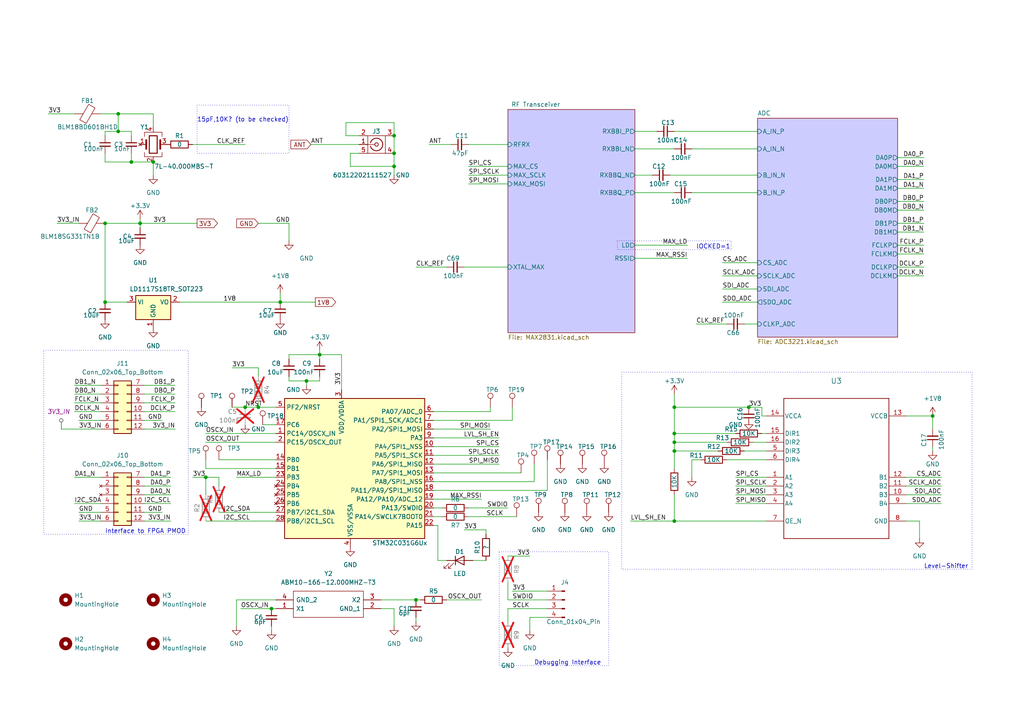
<source format=kicad_sch>
(kicad_sch (version 20231120) (generator "eeschema") (generator_version "8.0")
  (paper "A4")
  (title_block (title "RA-Sentinel_Front-End EVM") (date "2024-01-14") (rev "A") (comment 1 "Mina Daneshpajouh & Tobias Weber") (comment 2 "GNU GENERAL PUBLIC LICENSE Version 2, June 1991"))
  (lib_symbols
    (symbol "Conn_02x06_Top_Bottom_1" (pin_names (offset 1.016) hide)
      (property "Reference" "J11" (at 1.27 11.43 0))
      (property "Value" "Conn_02x06_Top_Bottom" (at 1.27 8.89 0))
      (symbol "Conn_02x06_Top_Bottom_1_1_1"
        (pin passive line (at -5.08 5.08 0) (length 3.81) (name "Pin_1") (number "1"))
        (pin passive line (at 7.62 -2.54 180) (length 3.81) (name "Pin_10") (number "10"))
        (pin passive line (at 7.62 -5.08 180) (length 3.81) (name "Pin_11") (number "11"))
        (pin passive line (at 7.62 -7.62 180) (length 3.81) (name "Pin_12") (number "12"))
        (pin passive line (at -5.08 2.54 0) (length 3.81) (name "Pin_2") (number "2"))
        (pin passive line (at -5.08 0 0) (length 3.81) (name "Pin_3") (number "3"))
        (pin passive line (at -5.08 -2.54 0) (length 3.81) (name "Pin_4") (number "4"))
        (pin passive line (at -5.08 -5.08 0) (length 3.81) (name "Pin_5") (number "5"))
        (pin passive line (at -5.08 -7.62 0) (length 3.81) (name "Pin_6") (number "6"))
        (pin passive line (at 7.62 5.08 180) (length 3.81) (name "J4") (number "7"))
        (pin passive line (at 7.62 2.54 180) (length 3.81) (name "Pin_8") (number "8"))
        (pin passive line (at 7.62 0 180) (length 3.81) (name "Pin_9") (number "9"))
      )
    )
    (symbol "Connector:Conn_01x04_Pin" (pin_names (offset 1.016) hide)
      (property "Reference" "J" (at 0 5.08 0))
      (property "Value" "Conn_01x04_Pin" (at 0 -7.62 0))
      (symbol "Conn_01x04_Pin_1_1"
        (pin passive line (at 5.08 2.54 180) (length 3.81) (name "Pin_1") (number "1"))
        (pin passive line (at 5.08 0 180) (length 3.81) (name "Pin_2") (number "2"))
        (pin passive line (at 5.08 -2.54 180) (length 3.81) (name "Pin_3") (number "3"))
        (pin passive line (at 5.08 -5.08 180) (length 3.81) (name "Pin_4") (number "4"))
      )
    )
    (symbol "Connector:TestPoint" (pin_numbers hide) (pin_names (offset 0.762) hide)
      (property "Reference" "TP" (at 0 6.858 0))
      (property "Value" "TestPoint" (at 0 5.08 0))
      (symbol "TestPoint_1_1"
        (pin passive line (at 0 0 90) (length 2.54) (name "1") (number "1"))
      )
    )
    (symbol "Connector_Generic:Conn_02x06_Top_Bottom" (pin_names (offset 1.016) hide)
      (property "Reference" "J10" (at 1.27 11.43 0))
      (property "Value" "Conn_02x06_Top_Bottom" (at 1.27 8.89 0))
      (symbol "Conn_02x06_Top_Bottom_1_1"
        (pin passive line (at -5.08 5.08 0) (length 3.81) (name "Pin_1") (number "1"))
        (pin passive line (at 7.62 -2.54 180) (length 3.81) (name "Pin_10") (number "10"))
        (pin passive line (at 7.62 -5.08 180) (length 3.81) (name "Pin_11") (number "11"))
        (pin passive line (at 7.62 -7.62 180) (length 3.81) (name "Pin_12") (number "12"))
        (pin no_connect line (at -5.08 2.54 0) (length 3.81) (name "Pin_2") (number "2"))
        (pin no_connect line (at -5.08 0 0) (length 3.81) (name "Pin_3") (number "3"))
        (pin passive line (at -5.08 -2.54 0) (length 3.81) (name "Pin_4") (number "4"))
        (pin passive line (at -5.08 -5.08 0) (length 3.81) (name "Pin_5") (number "5"))
        (pin passive line (at -5.08 -7.62 0) (length 3.81) (name "Pin_6") (number "6"))
        (pin passive line (at 7.62 5.08 180) (length 3.81) (name "Pin_7") (number "7"))
        (pin passive line (at 7.62 2.54 180) (length 3.81) (name "Pin_8") (number "8"))
        (pin passive line (at 7.62 0 180) (length 3.81) (name "Pin_9") (number "9"))
      )
    )
    (symbol "Device:C_Small" (pin_numbers hide) (pin_names (offset 0.254) hide)
      (property "Reference" "C" (at 0.254 1.778 0))
      (property "Value" "C_Small" (at 0.254 -2.032 0))
      (symbol "C_Small_1_1"
        (pin passive line (at 0 2.54 270) (length 2.032) (name "~") (number "1"))
        (pin passive line (at 0 -2.54 90) (length 2.032) (name "~") (number "2"))
      )
    )
    (symbol "Device:Crystal_GND24" (pin_names (offset 1.016) hide)
      (property "Reference" "Y1" (at -2.54 -5.08 0))
      (property "Value" "7L-40.000MBS-T" (at 8.89 5.08 0))
      (symbol "Crystal_GND24_1_1"
        (pin no_connect line (at -3.81 0 0) (length 1.27) (name "1") (number "1"))
        (pin passive line (at 0 5.08 270) (length 1.27) (name "2") (number "2"))
        (pin passive line (at 3.81 0 180) (length 1.27) (name "3") (number "3"))
        (pin passive line (at 0 -5.08 90) (length 1.27) (name "4") (number "4"))
      )
    )
    (symbol "Device:FerriteBead" (pin_numbers hide) (pin_names (offset 0))
      (property "Reference" "FB" (at -3.81 0.635 90))
      (property "Value" "FerriteBead" (at 3.81 0 90))
      (symbol "FerriteBead_1_1"
        (pin passive line (at 0 3.81 270) (length 2.54) (name "~") (number "1"))
        (pin passive line (at 0 -3.81 90) (length 2.54) (name "~") (number "2"))
      )
    )
    (symbol "Device:LED" (pin_numbers hide) (pin_names (offset 1.016) hide)
      (property "Reference" "D" (at 0 2.54 0))
      (property "Value" "LED" (at 0 -2.54 0))
      (symbol "LED_1_1"
        (pin passive line (at -3.81 0 0) (length 2.54) (name "K") (number "1"))
        (pin passive line (at 3.81 0 180) (length 2.54) (name "A") (number "2"))
      )
    )
    (symbol "Device:R" (pin_numbers hide) (pin_names (offset 0))
      (property "Reference" "R" (at 2.032 0 90))
      (property "Value" "R" (at 0 0 90))
      (symbol "R_1_1"
        (pin passive line (at 0 3.81 270) (length 1.27) (name "~") (number "1"))
        (pin passive line (at 0 -3.81 90) (length 1.27) (name "~") (number "2"))
      )
    )
    (symbol "GND_1" (power) (pin_numbers hide) (pin_names (offset 0) hide)
      (property "Value" "GND_1" (at 0 -3.81 0))
      (symbol "GND_1_1_1"
        (pin power_in line (at 0 0 270) (length 0) hide (name "GND") (number "1"))
      )
    )
    (symbol "GND_10" (power) (pin_numbers hide) (pin_names (offset 0) hide)
      (property "Value" "GND_10" (at 0 -3.81 0))
      (symbol "GND_10_1_1"
        (pin power_in line (at 0 0 270) (length 0) hide (name "GND") (number "1"))
      )
    )
    (symbol "GND_11" (power) (pin_numbers hide) (pin_names (offset 0) hide)
      (property "Value" "GND_11" (at 0 -3.81 0))
      (symbol "GND_11_1_1"
        (pin power_in line (at 0 0 270) (length 0) hide (name "GND") (number "1"))
      )
    )
    (symbol "GND_12" (power) (pin_numbers hide) (pin_names (offset 0) hide)
      (property "Value" "GND_12" (at 0 -3.81 0))
      (symbol "GND_12_1_1"
        (pin power_in line (at 0 0 270) (length 0) hide (name "GND") (number "1"))
      )
    )
    (symbol "GND_13" (power) (pin_numbers hide) (pin_names (offset 0) hide)
      (property "Value" "GND_13" (at 0 -3.81 0))
      (symbol "GND_13_1_1"
        (pin power_in line (at 0 0 270) (length 0) hide (name "GND") (number "1"))
      )
    )
    (symbol "GND_14" (power) (pin_numbers hide) (pin_names (offset 0) hide)
      (property "Value" "GND_14" (at 0 -3.81 0))
      (symbol "GND_14_1_1"
        (pin power_in line (at 0 0 270) (length 0) hide (name "GND") (number "1"))
      )
    )
    (symbol "GND_2" (power) (pin_numbers hide) (pin_names (offset 0) hide)
      (property "Value" "GND_2" (at 0 -3.81 0))
      (symbol "GND_2_1_1"
        (pin power_in line (at 0 0 270) (length 0) hide (name "GND") (number "1"))
      )
    )
    (symbol "GND_3" (power) (pin_numbers hide) (pin_names (offset 0) hide)
      (property "Value" "GND_3" (at 0 -3.81 0))
      (symbol "GND_3_1_1"
        (pin power_in line (at 0 0 270) (length 0) hide (name "GND") (number "1"))
      )
    )
    (symbol "GND_4" (power) (pin_numbers hide) (pin_names (offset 0) hide)
      (property "Value" "GND_4" (at 0 -3.81 0))
      (symbol "GND_4_1_1"
        (pin power_in line (at 0 0 270) (length 0) hide (name "GND") (number "1"))
      )
    )
    (symbol "GND_5" (power) (pin_numbers hide) (pin_names (offset 0) hide)
      (property "Value" "GND_5" (at 0 -3.81 0))
      (symbol "GND_5_1_1"
        (pin power_in line (at 0 0 270) (length 0) hide (name "GND") (number "1"))
      )
    )
    (symbol "GND_6" (power) (pin_numbers hide) (pin_names (offset 0) hide)
      (property "Value" "GND_6" (at 0 -3.81 0))
      (symbol "GND_6_1_1"
        (pin power_in line (at 0 0 270) (length 0) hide (name "GND") (number "1"))
      )
    )
    (symbol "GND_7" (power) (pin_numbers hide) (pin_names (offset 0) hide)
      (property "Value" "GND_7" (at 0 -3.81 0))
      (symbol "GND_7_1_1"
        (pin power_in line (at 0 0 270) (length 0) hide (name "GND") (number "1"))
      )
    )
    (symbol "GND_8" (power) (pin_numbers hide) (pin_names (offset 0) hide)
      (property "Value" "GND_8" (at 0 -3.81 0))
      (symbol "GND_8_1_1"
        (pin power_in line (at 0 0 270) (length 0) hide (name "GND") (number "1"))
      )
    )
    (symbol "GND_9" (power) (pin_numbers hide) (pin_names (offset 0) hide)
      (property "Value" "GND_9" (at 0 -3.81 0))
      (symbol "GND_9_1_1"
        (pin power_in line (at 0 0 270) (length 0) hide (name "GND") (number "1"))
      )
    )
    (symbol "MCU_ST_STM32C0:STM32C031G6Ux"
      (property "Value" "STM32C031G6Ux" (at 15.24 -21.59 0))
      (symbol "STM32C031G6Ux_1_1"
        (pin bidirectional line (at -12.7 10.16 0) (length 2.54) (name "PC14/OSCX_IN") (number "1"))
        (pin bidirectional line (at 33.02 6.35 180) (length 2.54) (name "PA4/SPI1_NSS") (number "10"))
        (pin bidirectional line (at 33.02 3.81 180) (length 2.54) (name "PA5/SPI1_SCK") (number "11"))
        (pin bidirectional line (at 33.02 1.27 180) (length 2.54) (name "PA6/SPI1_MISO") (number "12"))
        (pin bidirectional line (at 33.02 -1.27 180) (length 2.54) (name "PA7/SPI1_MOSI") (number "13"))
        (pin bidirectional line (at -12.7 2.54 0) (length 2.54) (name "PB0") (number "14"))
        (pin bidirectional line (at -12.7 0 0) (length 2.54) (name "PB1") (number "15"))
        (pin bidirectional line (at 33.02 -3.81 180) (length 2.54) (name "PA8/SPI1_NSS") (number "16"))
        (pin bidirectional line (at -12.7 12.7 0) (length 2.54) (name "PC6") (number "17"))
        (pin bidirectional line (at 33.02 -6.35 180) (length 2.54) (name "PA11/PA9/SPI1_MISO") (number "18"))
        (pin bidirectional line (at 33.02 -8.89 180) (length 2.54) (name "PA12/PA10/ADC_12") (number "19"))
        (pin bidirectional line (at -12.7 7.62 0) (length 2.54) (name "PC15/OSCX_OUT") (number "2"))
        (pin bidirectional line (at 33.02 -11.43 180) (length 2.54) (name "PA13/SWDIO") (number "20"))
        (pin bidirectional line (at 33.02 -13.97 180) (length 2.54) (name "PA14/SWCLK7BOOT0") (number "21"))
        (pin bidirectional line (at 33.02 -16.51 180) (length 2.54) (name "PA15") (number "22"))
        (pin bidirectional line (at -12.7 -2.54 0) (length 2.54) (name "PB3") (number "23"))
        (pin no_connect line (at -12.7 -5.08 0) (length 2.54) (name "PB4") (number "24"))
        (pin no_connect line (at -12.7 -7.62 0) (length 2.54) (name "PB5") (number "25"))
        (pin no_connect line (at -12.7 -10.16 0) (length 2.54) (name "PB6") (number "26"))
        (pin bidirectional line (at -12.7 -12.7 0) (length 2.54) (name "PB7/I2C1_SDA") (number "27"))
        (pin bidirectional line (at -12.7 -15.24 0) (length 2.54) (name "PB8/I2C1_SCL") (number "28"))
        (pin power_in line (at 6.35 22.86 270) (length 2.54) (name "VDD/VDDA") (number "3"))
        (pin power_in line (at 8.89 -22.86 90) (length 2.54) (name "VSS/VSSA") (number "4"))
        (pin bidirectional line (at -12.7 17.78 0) (length 2.54) (name "PF2/NRST") (number "5"))
        (pin bidirectional line (at 33.02 16.51 180) (length 2.54) (name "PA07/ADC_0") (number "6"))
        (pin input line (at 33.02 13.97 180) (length 2.54) (name "PA1/SPI1_SCK/ADC1") (number "7"))
        (pin bidirectional line (at 33.02 11.43 180) (length 2.54) (name "PA2/SPI1_MOSI") (number "8"))
        (pin bidirectional line (at 33.02 8.89 180) (length 2.54) (name "PA3") (number "9"))
      )
    )
    (symbol "Mechanical:MountingHole" (pin_names (offset 1.016))
      (property "Reference" "H" (at 0 5.08 0))
      (property "Value" "MountingHole" (at 0 3.175 0))
    )
    (symbol "RA-Sentinel_FE_Library:ABM10-166-12.000MHZ-T3" (pin_names (offset 0.762))
      (property "Reference" "Y" (at 22.86 -6.35 0))
      (property "Value" "ABM10-166-12.000MHZ-T3" (at 5.08 3.81 0))
      (symbol "ABM10-166-12.000MHZ-T3_0_0"
        (pin passive line (at 0 -2.54 0) (length 5.08) (name "X1") (number "1"))
        (pin passive line (at 30.48 -2.54 180) (length 5.08) (name "GND_1") (number "2"))
        (pin passive line (at 30.48 0 180) (length 5.08) (name "X2") (number "3"))
        (pin passive line (at 0 0 0) (length 5.08) (name "GND_2") (number "4"))
      )
    )
    (symbol "RA-Sentinel_FE_Library:SN74AXC4T774RSVR" (pin_names (offset 0.254))
      (property "Reference" "U3" (at 0 25.4 0))
      (property "Value" "SN74AXC4T774RSVR" (at 0 22.86 0))
      (symbol "SN74AXC4T774RSVR_0_1"
        (pin power_in line (at 20.32 15.24 180) (length 5.08) (name "VCCB") (number "13"))
        (pin power_in line (at -20.32 15.24 0) (length 5.08) (name "VCCA") (number "14"))
        (pin input line (at -20.32 10.16 0) (length 5.08) (name "DIR1") (number "15"))
        (pin input line (at -20.32 7.62 0) (length 5.08) (name "DIR2") (number "16"))
        (pin input line (at -20.32 5.08 0) (length 5.08) (name "DIR3") (number "5"))
        (pin input line (at -20.32 2.54 0) (length 5.08) (name "DIR4") (number "6"))
        (pin input line (at -20.32 -15.24 0) (length 5.08) (name "OE_N") (number "7"))
        (pin power_in line (at 20.32 -15.24 180) (length 5.08) (name "GND") (number "8"))
      )
      (symbol "SN74AXC4T774RSVR_1_1"
        (pin input line (at -20.32 -2.54 0) (length 5.08) (name "A1") (number "1"))
        (pin output line (at 20.32 -7.62 180) (length 5.08) (name "B3") (number "10"))
        (pin output line (at 20.32 -5.08 180) (length 5.08) (name "B2") (number "11"))
        (pin output line (at 20.32 -2.54 180) (length 5.08) (name "B1") (number "12"))
        (pin input line (at -20.32 -5.08 0) (length 5.08) (name "A2") (number "2"))
        (pin input line (at -20.32 -7.62 0) (length 5.08) (name "A3") (number "3"))
        (pin output line (at -20.32 -10.16 0) (length 5.08) (name "A4") (number "4"))
        (pin input line (at 20.32 -10.16 180) (length 5.08) (name "B4") (number "9"))
      )
    )
    (symbol "RA-Sentinel_FE_Library:WR_SMA" (pin_names (offset 1.016) hide)
      (property "Reference" "J" (at 0.254 3.048 0))
      (property "Value" "60312202111527" (at 5.08 -5.08 0))
      (symbol "WR_SMA_1_1"
        (pin passive line (at -5.08 0 0) (length 2.54) (name "1") (number "1"))
        (pin passive line (at -5.08 2.54 0) (length 2.54) (name "2") (number "2"))
        (pin passive line (at 5.08 2.54 180) (length 2.54) (name "3") (number "3"))
        (pin passive line (at 5.08 -2.54 180) (length 2.54) (name "4") (number "4"))
        (pin passive line (at -5.08 -2.54 0) (length 2.54) (name "5") (number "5"))
      )
    )
    (symbol "Regulator_Linear:LD1117S18TR_SOT223"
      (property "Reference" "U" (at -3.81 3.175 0))
      (property "Value" "LD1117S18TR_SOT223" (at 0 3.175 0))
      (symbol "LD1117S18TR_SOT223_1_1"
        (pin power_in line (at 0 -7.62 90) (length 2.54) (name "GND") (number "1"))
        (pin power_out line (at 7.62 0 180) (length 2.54) (name "VO") (number "2"))
        (pin power_in line (at -7.62 0 0) (length 2.54) (name "VI") (number "3"))
      )
    )
    (symbol "power:+1V8" (power) (pin_numbers hide) (pin_names (offset 0) hide)
      (property "Value" "+1V8" (at 0 3.556 0))
      (symbol "+1V8_1_1"
        (pin power_in line (at 0 0 90) (length 0) hide (name "+1V8") (number "1"))
      )
    )
    (symbol "power:+3.3V" (power) (pin_numbers hide) (pin_names (offset 0) hide)
      (property "Value" "+3.3V" (at 0 3.556 0))
      (symbol "+3.3V_1_1"
        (pin power_in line (at 0 0 90) (length 0) hide (name "+3.3V") (number "1"))
      )
    )
    (symbol "power:GND" (power) (pin_names (offset 0))
      (property "Value" "GND" (at 0 -3.81 0))
      (symbol "GND_1_1"
        (pin power_in line (at 0 0 270) (length 0) hide (name "GND") (number "1"))
      )
    )
  )
  (junction (at 195.58 128.27))
  (junction (at 74.93 118.11))
  (junction (at 88.9 110.49))
  (junction (at 114.3 39.37))
  (junction (at 195.58 151.13))
  (junction (at 195.58 130.81))
  (junction (at 195.58 118.11))
  (junction (at 81.28 87.63))
  (junction (at 30.48 87.63))
  (junction (at 195.58 125.73))
  (junction (at 217.17 118.11))
  (junction (at 71.12 118.11))
  (junction (at 44.45 46.99))
  (junction (at 59.69 138.43))
  (junction (at 114.3 48.26))
  (junction (at 120.65 173.99))
  (junction (at 92.71 102.87))
  (junction (at 34.29 33.02))
  (junction (at 270.51 120.65))
  (junction (at 34.29 38.1))
  (junction (at 30.48 64.77))
  (junction (at 40.64 64.77))
  (junction (at 114.3 44.45))
  (junction (at 38.1 46.99))
  (junction (at 78.74 176.53))
  (wire (pts (xy 59.69 138.43) (xy 63.5 138.43)))
  (wire (pts (xy 92.71 102.87) (xy 99.06 102.87)))
  (wire (pts (xy 184.15 71.12) (xy 199.39 71.12)))
  (wire (pts (xy 100.33 39.37) (xy 104.14 39.37)))
  (wire (pts (xy 195.58 125.73) (xy 195.58 118.11)))
  (wire (pts (xy 182.88 151.13) (xy 195.58 151.13)))
  (wire (pts (xy 142.24 118.11) (xy 142.24 119.38)))
  (wire (pts (xy 209.55 83.82) (xy 219.71 83.82)))
  (wire (pts (xy 213.36 146.05) (xy 222.25 146.05)))
  (wire (pts (xy 125.73 119.38) (xy 142.24 119.38)))
  (wire (pts (xy 153.67 179.07) (xy 153.67 182.88)))
  (wire (pts (xy 69.85 176.53) (xy 78.74 176.53)))
  (wire (pts (xy 67.31 118.11) (xy 71.12 118.11)))
  (wire (pts (xy 40.64 63.5) (xy 40.64 64.77)))
  (wire (pts (xy 74.93 118.11) (xy 80.01 118.11)))
  (wire (pts (xy 41.91 146.05) (xy 49.53 146.05)))
  (wire (pts (xy 110.49 176.53) (xy 114.3 176.53)))
  (wire (pts (xy 30.48 46.99) (xy 30.48 44.45)))
  (wire (pts (xy 83.82 102.87) (xy 92.71 102.87)))
  (wire (pts (xy 217.17 118.11) (xy 220.98 118.11)))
  (wire (pts (xy 59.69 133.35) (xy 59.69 135.89)))
  (wire (pts (xy 219.71 76.2) (xy 209.55 76.2)))
  (wire (pts (xy 59.69 138.43) (xy 59.69 143.51)))
  (wire (pts (xy 100.33 39.37) (xy 100.33 35.56)))
  (wire (pts (xy 38.1 38.1) (xy 38.1 39.37)))
  (wire (pts (xy 260.35 73.66) (xy 267.97 73.66)))
  (wire (pts (xy 195.58 128.27) (xy 195.58 130.81)))
  (wire (pts (xy 92.71 101.6) (xy 92.71 102.87)))
  (wire (pts (xy 147.32 168.91) (xy 147.32 173.99)))
  (wire (pts (xy 135.89 50.8) (xy 147.32 50.8)))
  (wire (pts (xy 127 162.56) (xy 129.54 162.56)))
  (wire (pts (xy 135.89 149.86) (xy 149.86 149.86)))
  (wire (pts (xy 81.28 85.09) (xy 81.28 87.63)))
  (wire (pts (xy 125.73 152.4) (xy 127 152.4)))
  (wire (pts (xy 124.46 41.91) (xy 130.81 41.91)))
  (wire (pts (xy 184.15 74.93) (xy 199.39 74.93)))
  (wire (pts (xy 91.44 87.63) (xy 81.28 87.63)))
  (wire (pts (xy 195.58 151.13) (xy 222.25 151.13)))
  (wire (pts (xy 76.2 123.19) (xy 80.01 123.19)))
  (wire (pts (xy 135.89 48.26) (xy 147.32 48.26)))
  (wire (pts (xy 158.75 133.35) (xy 158.75 142.24)))
  (wire (pts (xy 260.35 45.72) (xy 267.97 45.72)))
  (wire (pts (xy 125.73 132.08) (xy 144.78 132.08)))
  (wire (pts (xy 260.35 77.47) (xy 267.97 77.47)))
  (wire (pts (xy 83.82 110.49) (xy 83.82 109.22)))
  (wire (pts (xy 220.98 120.65) (xy 222.25 120.65)))
  (wire (pts (xy 135.89 53.34) (xy 147.32 53.34)))
  (wire (pts (xy 213.36 138.43) (xy 222.25 138.43)))
  (wire (pts (xy 203.2 133.35) (xy 200.66 133.35)))
  (wire (pts (xy 125.73 124.46) (xy 142.24 124.46)))
  (wire (pts (xy 125.73 142.24) (xy 158.75 142.24)))
  (wire (pts (xy 30.48 38.1) (xy 30.48 39.37)))
  (wire (pts (xy 21.59 114.3) (xy 29.21 114.3)))
  (wire (pts (xy 137.16 162.56) (xy 140.97 162.56)))
  (wire (pts (xy 41.91 119.38) (xy 50.8 119.38)))
  (wire (pts (xy 59.69 128.27) (xy 80.01 128.27)))
  (wire (pts (xy 195.58 128.27) (xy 195.58 125.73)))
  (wire (pts (xy 92.71 102.87) (xy 92.71 104.14)))
  (wire (pts (xy 262.89 151.13) (xy 266.7 151.13)))
  (wire (pts (xy 22.86 121.92) (xy 29.21 121.92)))
  (wire (pts (xy 92.71 110.49) (xy 88.9 110.49)))
  (wire (pts (xy 88.9 110.49) (xy 83.82 110.49)))
  (wire (pts (xy 260.35 64.77) (xy 267.97 64.77)))
  (wire (pts (xy 260.35 60.96) (xy 267.97 60.96)))
  (wire (pts (xy 140.97 154.94) (xy 140.97 153.67)))
  (wire (pts (xy 195.58 118.11) (xy 217.17 118.11)))
  (wire (pts (xy 41.91 116.84) (xy 50.8 116.84)))
  (wire (pts (xy 262.89 120.65) (xy 270.51 120.65)))
  (wire (pts (xy 21.59 146.05) (xy 29.21 146.05)))
  (wire (pts (xy 101.6 48.26) (xy 114.3 48.26)))
  (wire (pts (xy 128.27 147.32) (xy 125.73 147.32)))
  (wire (pts (xy 128.27 149.86) (xy 125.73 149.86)))
  (wire (pts (xy 30.48 64.77) (xy 40.64 64.77)))
  (wire (pts (xy 114.3 39.37) (xy 114.3 44.45)))
  (wire (pts (xy 78.74 176.53) (xy 80.01 176.53)))
  (wire (pts (xy 184.15 38.1) (xy 190.5 38.1)))
  (wire (pts (xy 21.59 138.43) (xy 29.21 138.43)))
  (wire (pts (xy 195.58 38.1) (xy 219.71 38.1)))
  (wire (pts (xy 260.35 52.07) (xy 267.97 52.07)))
  (wire (pts (xy 59.69 151.13) (xy 80.01 151.13)))
  (wire (pts (xy 121.92 173.99) (xy 120.65 173.99)))
  (wire (pts (xy 63.5 140.97) (xy 63.5 138.43)))
  (wire (pts (xy 270.51 130.81) (xy 270.51 129.54)))
  (wire (pts (xy 127 152.4) (xy 127 162.56)))
  (wire (pts (xy 30.48 38.1) (xy 34.29 38.1)))
  (wire (pts (xy 260.35 80.01) (xy 267.97 80.01)))
  (wire (pts (xy 195.58 143.51) (xy 195.58 151.13)))
  (wire (pts (xy 40.64 64.77) (xy 57.15 64.77)))
  (wire (pts (xy 125.73 134.62) (xy 144.78 134.62)))
  (wire (pts (xy 92.71 110.49) (xy 92.71 109.22)))
  (wire (pts (xy 195.58 114.3) (xy 195.58 118.11)))
  (wire (pts (xy 34.29 38.1) (xy 38.1 38.1)))
  (wire (pts (xy 74.93 116.84) (xy 74.93 118.11)))
  (wire (pts (xy 17.78 124.46) (xy 29.21 124.46)))
  (wire (pts (xy 80.01 135.89) (xy 59.69 135.89)))
  (wire (pts (xy 100.33 35.56) (xy 114.3 35.56)))
  (wire (pts (xy 41.91 140.97) (xy 49.53 140.97)))
  (wire (pts (xy 262.89 140.97) (xy 273.05 140.97)))
  (wire (pts (xy 63.5 148.59) (xy 80.01 148.59)))
  (wire (pts (xy 262.89 146.05) (xy 273.05 146.05)))
  (wire (pts (xy 213.36 143.51) (xy 222.25 143.51)))
  (wire (pts (xy 125.73 144.78) (xy 139.7 144.78)))
  (wire (pts (xy 41.91 111.76) (xy 50.8 111.76)))
  (wire (pts (xy 201.93 93.98) (xy 210.82 93.98)))
  (wire (pts (xy 125.73 127) (xy 144.78 127)))
  (wire (pts (xy 74.93 109.22) (xy 74.93 106.68)))
  (wire (pts (xy 184.15 50.8) (xy 189.23 50.8)))
  (wire (pts (xy 41.91 124.46) (xy 50.8 124.46)))
  (wire (pts (xy 218.44 128.27) (xy 222.25 128.27)))
  (wire (pts (xy 266.7 151.13) (xy 266.7 156.21)))
  (wire (pts (xy 125.73 139.7) (xy 154.94 139.7)))
  (wire (pts (xy 195.58 128.27) (xy 210.82 128.27)))
  (wire (pts (xy 90.17 41.91) (xy 104.14 41.91)))
  (wire (pts (xy 195.58 130.81) (xy 195.58 135.89)))
  (wire (pts (xy 114.3 35.56) (xy 114.3 39.37)))
  (wire (pts (xy 68.58 173.99) (xy 68.58 181.61)))
  (wire (pts (xy 22.86 148.59) (xy 29.21 148.59)))
  (wire (pts (xy 41.91 148.59) (xy 46.99 148.59)))
  (wire (pts (xy 147.32 161.29) (xy 153.67 161.29)))
  (wire (pts (xy 195.58 130.81) (xy 208.28 130.81)))
  (wire (pts (xy 68.58 138.43) (xy 80.01 138.43)))
  (wire (pts (xy 59.69 125.73) (xy 80.01 125.73)))
  (wire (pts (xy 38.1 46.99) (xy 44.45 46.99)))
  (wire (pts (xy 148.59 171.45) (xy 158.75 171.45)))
  (wire (pts (xy 125.73 129.54) (xy 144.78 129.54)))
  (wire (pts (xy 38.1 44.45) (xy 38.1 46.99)))
  (wire (pts (xy 74.93 64.77) (xy 83.82 64.77)))
  (wire (pts (xy 194.31 50.8) (xy 219.71 50.8)))
  (wire (pts (xy 260.35 67.31) (xy 267.97 67.31)))
  (wire (pts (xy 129.54 173.99) (xy 139.7 173.99)))
  (wire (pts (xy 260.35 54.61) (xy 267.97 54.61)))
  (wire (pts (xy 88.9 110.49) (xy 88.9 111.76)))
  (wire (pts (xy 120.65 173.99) (xy 110.49 173.99)))
  (wire (pts (xy 34.29 33.02) (xy 34.29 38.1)))
  (wire (pts (xy 13.97 33.02) (xy 21.59 33.02)))
  (wire (pts (xy 114.3 44.45) (xy 114.3 48.26)))
  (wire (pts (xy 71.12 118.11) (xy 74.93 118.11)))
  (wire (pts (xy 210.82 133.35) (xy 222.25 133.35)))
  (wire (pts (xy 78.74 182.88) (xy 78.74 181.61)))
  (wire (pts (xy 34.29 33.02) (xy 44.45 33.02)))
  (wire (pts (xy 134.62 77.47) (xy 147.32 77.47)))
  (wire (pts (xy 220.98 125.73) (xy 222.25 125.73)))
  (wire (pts (xy 41.91 138.43) (xy 49.53 138.43)))
  (wire (pts (xy 44.45 46.99) (xy 44.45 50.8)))
  (wire (pts (xy 120.65 77.47) (xy 129.54 77.47)))
  (wire (pts (xy 262.89 138.43) (xy 273.05 138.43)))
  (wire (pts (xy 114.3 176.53) (xy 114.3 181.61)))
  (wire (pts (xy 217.17 121.92) (xy 217.17 123.19)))
  (wire (pts (xy 158.75 179.07) (xy 153.67 179.07)))
  (wire (pts (xy 134.62 153.67) (xy 140.97 153.67)))
  (wire (pts (xy 55.88 41.91) (xy 71.12 41.91)))
  (wire (pts (xy 41.91 121.92) (xy 46.99 121.92)))
  (wire (pts (xy 215.9 130.81) (xy 222.25 130.81)))
  (wire (pts (xy 184.15 55.88) (xy 195.58 55.88)))
  (wire (pts (xy 83.82 64.77) (xy 83.82 69.85)))
  (wire (pts (xy 200.66 43.18) (xy 219.71 43.18)))
  (wire (pts (xy 125.73 121.92) (xy 148.59 121.92)))
  (wire (pts (xy 262.89 143.51) (xy 273.05 143.51)))
  (wire (pts (xy 200.66 133.35) (xy 200.66 138.43)))
  (wire (pts (xy 148.59 118.11) (xy 148.59 121.92)))
  (wire (pts (xy 114.3 48.26) (xy 114.3 50.8)))
  (wire (pts (xy 270.51 120.65) (xy 270.51 124.46)))
  (wire (pts (xy 80.01 133.35) (xy 63.5 133.35)))
  (wire (pts (xy 41.91 151.13) (xy 49.53 151.13)))
  (wire (pts (xy 184.15 43.18) (xy 195.58 43.18)))
  (wire (pts (xy 21.59 116.84) (xy 29.21 116.84)))
  (wire (pts (xy 147.32 176.53) (xy 158.75 176.53)))
  (wire (pts (xy 44.45 36.83) (xy 44.45 33.02)))
  (wire (pts (xy 147.32 173.99) (xy 158.75 173.99)))
  (wire (pts (xy 101.6 44.45) (xy 101.6 48.26)))
  (wire (pts (xy 22.86 151.13) (xy 29.21 151.13)))
  (wire (pts (xy 213.36 140.97) (xy 222.25 140.97)))
  (wire (pts (xy 21.59 111.76) (xy 29.21 111.76)))
  (wire (pts (xy 200.66 55.88) (xy 219.71 55.88)))
  (wire (pts (xy 220.98 118.11) (xy 220.98 120.65)))
  (wire (pts (xy 83.82 102.87) (xy 83.82 104.14)))
  (wire (pts (xy 125.73 137.16) (xy 151.13 137.16)))
  (wire (pts (xy 40.64 64.77) (xy 40.64 66.04)))
  (wire (pts (xy 209.55 87.63) (xy 219.71 87.63)))
  (wire (pts (xy 30.48 87.63) (xy 36.83 87.63)))
  (wire (pts (xy 41.91 143.51) (xy 49.53 143.51)))
  (wire (pts (xy 260.35 58.42) (xy 267.97 58.42)))
  (wire (pts (xy 195.58 125.73) (xy 213.36 125.73)))
  (wire (pts (xy 154.94 134.62) (xy 154.94 139.7)))
  (wire (pts (xy 135.89 147.32) (xy 147.32 147.32)))
  (wire (pts (xy 21.59 119.38) (xy 29.21 119.38)))
  (wire (pts (xy 16.51 64.77) (xy 22.86 64.77)))
  (wire (pts (xy 99.06 102.87) (xy 99.06 113.03)))
  (wire (pts (xy 260.35 48.26) (xy 267.97 48.26)))
  (wire (pts (xy 135.89 41.91) (xy 147.32 41.91)))
  (wire (pts (xy 41.91 114.3) (xy 50.8 114.3)))
  (wire (pts (xy 30.48 87.63) (xy 30.48 64.77)))
  (wire (pts (xy 147.32 180.34) (xy 147.32 176.53)))
  (wire (pts (xy 120.65 180.34) (xy 120.65 179.07)))
  (wire (pts (xy 30.48 46.99) (xy 38.1 46.99)))
  (wire (pts (xy 29.21 33.02) (xy 34.29 33.02)))
  (wire (pts (xy 101.6 44.45) (xy 104.14 44.45)))
  (wire (pts (xy 52.07 87.63) (xy 81.28 87.63)))
  (wire (pts (xy 260.35 71.12) (xy 267.97 71.12)))
  (wire (pts (xy 67.31 106.68) (xy 74.93 106.68)))
  (wire (pts (xy 80.01 173.99) (xy 68.58 173.99)))
  (wire (pts (xy 55.88 138.43) (xy 59.69 138.43)))
  (wire (pts (xy 209.55 80.01) (xy 219.71 80.01)))
  (wire (pts (xy 215.9 93.98) (xy 219.71 93.98)))
  (rectangle (start 12.7 101.6) (end 54.61 154.94) (stroke (width 0) (type dot)))
  (rectangle (start 144.78 160.02) (end 176.53 193.04) (stroke (width 0) (type dot)))
  (rectangle (start 180.34 107.95) (end 281.94 165.1) (stroke (width 0) (type dot)))
  (rectangle (start 57.15 30.48) (end 83.82 44.45) (stroke (width 0) (type dot)))
  (rectangle (start 95.25 147.32) (end 95.25 147.32))
  (rectangle (start 179.07 69.85) (end 212.09 72.39) (stroke (width 0) (type dot)))
  (text "Debugging Interface\n" (at 154.94 193.04 0) (effects (font (size 1.27 1.27)) (justify left bottom)))
  (text "15pF,10K? (to be checked)" (at 57.15 35.56 0) (effects (font (size 1.27 1.27)) (justify left bottom)))
  (text "Level-Shifter\n" (at 267.97 165.1 0) (effects (font (size 1.27 1.27)) (justify left bottom)))
  (text "Interface to FPGA PMOD\n" (at 30.48 154.94 0) (effects (font (size 1.27 1.27)) (justify left bottom)))
  (text "lOCKED=1\n" (at 201.93 72.39 0) (effects (font (size 1.27 1.27)) (justify left bottom)))
  (label "DB1_N" (at 267.97 67.31 180))
  (label "FCLK_P" (at 267.97 71.12 180))
  (label "I2C_SDA" (at 64.77 148.59 0))
  (label "DCLK_N" (at 21.59 119.38 0))
  (label "DCLK_N" (at 267.97 80.01 180))
  (label "CLK_REF" (at 120.65 77.47 0))
  (label "SPI_CS" (at 213.36 138.43 0))
  (label "MAX_RSSI" (at 139.7 144.78 180))
  (label "I2C_SCL" (at 49.53 146.05 180))
  (label "3V3" (at 217.17 118.11 0))
  (label "DCLK_P" (at 50.8 119.38 180))
  (label "3V3" (at 134.62 153.67 0))
  (label "ANT" (at 124.46 41.91 0))
  (label "SPI_SCLK" (at 213.36 140.97 0))
  (label "LVL_SH_EN" (at 144.78 127 180))
  (label "GND" (at 22.86 121.92 0))
  (label "3V3_IN" (at 50.8 124.46 180))
  (label "DA1_P" (at 49.53 138.43 180))
  (label "MAX_LD" (at 199.39 71.12 180))
  (label "SWDIO" (at 147.32 147.32 180))
  (label "SPI_CS" (at 144.78 129.54 180))
  (label "SCLK_ADC" (at 209.55 80.01 0))
  (label "GND" (at 80.01 64.77 0))
  (label "3V3_IN" (at 22.86 124.46 0))
  (label "3V3_IN" (at 49.53 151.13 180))
  (label "SDI_ADC" (at 209.55 83.82 0))
  (label "DB0_N" (at 267.97 60.96 180))
  (label "DA0_N" (at 49.53 143.51 180))
  (label "GND" (at 46.99 148.59 180))
  (label "3V3" (at 153.67 161.29 180))
  (label "SCLK" (at 146.05 149.86 180))
  (label "DA1_N" (at 267.97 54.61 180))
  (label "CS_ADC" (at 273.05 138.43 180))
  (label "DCLK_P" (at 267.97 77.47 180))
  (label "SCLK" (at 148.59 176.53 0))
  (label "I2C_SDA" (at 21.59 146.05 0))
  (label "OSCX_IN" (at 69.85 176.53 0))
  (label "SPI_CS" (at 135.89 48.26 0))
  (label "LVL_SH_EN" (at 182.88 151.13 0))
  (label "DA0_P" (at 267.97 45.72 180))
  (label "I2C_SCL" (at 64.77 151.13 0))
  (label "DB1_P" (at 267.97 64.77 180))
  (label "DA0_N" (at 267.97 48.26 180))
  (label "ANT" (at 90.17 41.91 0))
  (label "SDI_ADC" (at 273.05 143.51 180))
  (label "CS_ADC" (at 209.55 76.2 0))
  (label "SPI_MOSI" (at 135.89 53.34 0))
  (label "OSCX_IN" (at 59.69 125.73 0))
  (label "1V8" (at 64.77 87.63 0))
  (label "DB1_P" (at 50.8 111.76 180))
  (label "SDO_ADC" (at 273.05 146.05 180))
  (label "OSCX_OUT" (at 59.69 128.27 0))
  (label "SPI_SCLK" (at 144.78 132.08 180))
  (label "3V3" (at 67.31 106.68 0))
  (label "3V3" (at 55.88 138.43 0))
  (label "3V3_IN" (at 22.86 151.13 0))
  (label "DB0_P" (at 267.97 58.42 180))
  (label "SPI_MOSI" (at 142.24 124.46 180))
  (label "MAX_RSSI" (at 199.39 74.93 180))
  (label "DB0_P" (at 50.8 114.3 180))
  (label "FCLK_N" (at 21.59 116.84 0))
  (label "SPI_SCLK" (at 135.89 50.8 0))
  (label "GND" (at 22.86 148.59 0))
  (label "DA1_P" (at 267.97 52.07 180))
  (label "SPI_MISO" (at 213.36 146.05 0))
  (label "SWDIO" (at 148.59 173.99 0))
  (label "SCLK_ADC" (at 273.05 140.97 180))
  (label "FCLK_N" (at 267.97 73.66 180))
  (label "3V3" (at 148.59 171.45 0))
  (label "NRST" (at 71.12 118.11 0))
  (label "DA0_P" (at 49.53 140.97 180))
  (label "SDO_ADC" (at 209.55 87.63 0))
  (label "DB0_N" (at 21.59 114.3 0))
  (label "GND" (at 46.99 121.92 180))
  (label "MAX_LD" (at 68.58 138.43 0))
  (label "DA1_N" (at 21.59 138.43 0))
  (label "OSCX_OUT" (at 139.7 173.99 180))
  (label "CLK_REF" (at 201.93 93.98 0))
  (label "3V3" (at 13.97 33.02 0))
  (label "DB1_N" (at 21.59 111.76 0))
  (label "SPI_MISO" (at 144.78 134.62 180))
  (label "SPI_MOSI" (at 213.36 143.51 0))
  (label "3V3" (at 99.06 107.95 270))
  (label "CLK_REF" (at 71.12 41.91 180))
  (label "FCLK_P" (at 50.8 116.84 180))
  (label "3V3_IN" (at 16.51 64.77 0))
  (label "3V3" (at 44.45 64.77 0))
  (global_label "3V3" (shape output) (at 57.15 64.77 0) (property "Intersheetrefs" "${INTERSHEET_REFS}" (effects (hide yes))))
  (global_label "GND" (shape input) (at 74.93 64.77 180) (property "Intersheetrefs" "${INTERSHEET_REFS}" (effects (hide yes))))
  (global_label "1V8" (shape output) (at 91.44 87.63 0) (property "Intersheetrefs" "${INTERSHEET_REFS}" (effects (hide yes))))
  (global_label "ANT" (shape input) (at 90.17 41.91 180) (property "Intersheetrefs" "${INTERSHEET_REFS}" (effects (hide yes))))
  (netclass_flag "" (length 2.54) (shape round) (at 17.78 124.46 0) (property "Netclass" "3V3_IN" (at 20.32 119.38 0) (effects (font (italic yes)) (justify right))))
  (symbol (lib_id "power:+1V8") (at 270.51 120.65 0) (unit 1)
    (property "Reference" "#PWR026" (effects (hide yes)))
    (property "Value" "+1V8" (at 270.51 115.57 0))
  )
  (symbol (lib_id "Device:C_Small") (at 92.71 106.68 0) (unit 1)
    (property "Reference" "C9" (at 87.63 105.41 0) (effects (justify left)))
    (property "Value" "100nF" (at 85.09 107.95 0) (effects (justify left)))
    (property "Footprint" "Capacitor_SMD:C_0603_1608Metric" (effects (hide yes)))
  )
  (symbol (lib_id "Device:C_Small") (at 217.17 120.65 180) (unit 1)
    (property "Reference" "C16" (at 214.63 118.11 90) (effects (justify left)))
    (property "Value" "100nF" (at 219.71 118.11 90) (effects (justify left)))
    (property "Footprint" "Capacitor_SMD:C_0603_1608Metric" (effects (hide yes)))
  )
  (symbol (lib_id "Connector:TestPoint") (at 156.21 148.59 0) (unit 1)
    (property "Reference" "TP9" (at 154.94 143.51 0) (effects (justify left)))
    (property "Value" "TestPoint" (effects (hide yes)))
    (property "Footprint" "TestPoint:TestPoint_Pad_1.0x1.0mm" (effects (hide yes)))
  )
  (symbol (lib_name "GND_6") (lib_id "power:GND") (at 44.45 50.8 0) (unit 1)
    (property "Reference" "#PWR04" (effects (hide yes)))
    (property "Value" "GND" (at 44.45 55.88 0))
  )
  (symbol (lib_id "RA-Sentinel_FE_Library:SN74AXC4T774RSVR") (at 242.57 135.89 0) (unit 1)
    (property "Reference" "U3" (at 242.57 110.49 0) (effects (font (size 1.524 1.524))))
    (property "Value" "SN74AXC4T774RSVR" (effects (hide yes)))
    (property "Footprint" "RA-Sentinel Front-End EVM:RSV0016A" (effects (hide yes)))
    (property "Datasheet" "SN74AXC4T774RSVR" (effects (hide yes)))
  )
  (symbol (lib_name "GND_3") (lib_id "power:GND") (at 162.56 134.62 0) (unit 1)
    (property "Reference" "#PWR053" (effects (hide yes)))
    (property "Value" "GND" (at 162.56 139.7 0))
  )
  (symbol (lib_id "power:+3.3V") (at 92.71 101.6 0) (unit 1)
    (property "Reference" "#PWR014" (effects (hide yes)))
    (property "Value" "+3.3V" (at 92.71 97.79 0))
  )
  (symbol (lib_id "Connector_Generic:Conn_02x06_Top_Bottom") (at 34.29 143.51 0) (unit 1)
    (property "Reference" "J10" (at 35.56 132.08 0))
    (property "Value" "Conn_02x06_Top_Bottom" (at 35.56 134.62 0))
    (property "Footprint" "RA-Sentinel Front-End EVM:pmod_pin_array_6x2" (effects (hide yes)))
  )
  (symbol (lib_id "Device:C_Small") (at 198.12 43.18 90) (mirror x) (unit 1)
    (property "Reference" "C14" (at 199.39 40.64 90) (effects (justify left)))
    (property "Value" "100nF" (at 200.66 45.72 90) (effects (justify left)))
    (property "Footprint" "Capacitor_SMD:C_0603_1608Metric" (effects (hide yes)))
  )
  (symbol (lib_id "Device:R") (at 212.09 130.81 270) (unit 1)
    (property "Reference" "R12" (at 207.01 129.54 90))
    (property "Value" "10K" (at 212.09 130.81 90))
    (property "Footprint" "Resistor_SMD:R_0603_1608Metric" (effects (hide yes)))
  )
  (symbol (lib_id "Device:C_Small") (at 133.35 41.91 90) (unit 1)
    (property "Reference" "C11" (at 135.89 39.37 90) (effects (justify left)))
    (property "Value" "47pF" (at 135.89 44.45 90) (effects (justify left)))
    (property "Footprint" "Capacitor_SMD:C_0603_1608Metric" (effects (hide yes)))
  )
  (symbol (lib_name "GND_1") (lib_id "power:GND") (at 266.7 156.21 0) (unit 1)
    (property "Reference" "#PWR025" (effects (hide yes)))
    (property "Value" "GND" (at 266.7 161.29 0))
  )
  (symbol (lib_id "power:+1V8") (at 81.28 85.09 0) (unit 1)
    (property "Reference" "#PWR010" (effects (hide yes)))
    (property "Value" "+1V8" (at 81.28 80.01 0))
  )
  (symbol (lib_id "Device:C_Small") (at 270.51 127 0) (mirror x) (unit 1)
    (property "Reference" "C17" (at 267.97 125.73 90) (effects (justify left)))
    (property "Value" "100nF" (at 273.05 124.46 90) (effects (justify left)))
    (property "Footprint" "Capacitor_SMD:C_0603_1608Metric" (effects (hide yes)))
  )
  (symbol (lib_id "Device:C_Small") (at 81.28 90.17 0) (unit 1)
    (property "Reference" "C7" (at 76.2 90.17 0) (effects (justify left)))
    (property "Value" "10uF" (at 74.93 91.44 0) (effects (justify left)))
    (property "Footprint" "Capacitor_SMD:C_0603_1608Metric" (effects (hide yes)))
  )
  (symbol (lib_name "GND_12") (lib_id "power:GND") (at 78.74 182.88 0) (unit 1)
    (property "Reference" "#PWR09" (effects (hide yes)))
    (property "Value" "GND" (at 78.74 187.96 0))
  )
  (symbol (lib_id "Device:C_Small") (at 83.82 106.68 0) (unit 1)
    (property "Reference" "C8" (at 78.74 105.41 0) (effects (justify left)))
    (property "Value" "10uF" (at 77.47 107.95 0) (effects (justify left)))
    (property "Footprint" "Capacitor_SMD:C_0603_1608Metric" (effects (hide yes)))
  )
  (symbol (lib_id "power:GND") (at 147.32 187.96 0) (unit 1)
    (property "Reference" "#PWR019" (effects (hide yes)))
    (property "Value" "GND" (at 147.32 193.04 0))
  )
  (symbol (lib_name "GND_1") (lib_id "power:GND") (at 217.17 121.92 0) (mirror y) (unit 1)
    (property "Reference" "#PWR024" (effects (hide yes)))
    (property "Value" "GND" (at 213.36 123.19 0))
  )
  (symbol (lib_id "Connector:TestPoint") (at 67.31 118.11 0) (unit 1)
    (property "Reference" "TP2" (at 69.85 113.538 0) (effects (justify left)))
    (property "Value" "TestPoint" (effects (hide yes)))
    (property "Footprint" "TestPoint:TestPoint_Pad_1.0x1.0mm" (effects (hide yes)))
  )
  (symbol (lib_name "GND_10") (lib_id "power:GND") (at 83.82 69.85 0) (unit 1)
    (property "Reference" "#PWR012" (effects (hide yes)))
    (property "Value" "GND" (at 88.9 74.93 0))
  )
  (symbol (lib_id "MCU_ST_STM32C0:STM32C031G6Ux") (at 92.71 135.89 0) (unit 1)
    (property "Reference" "U2" (effects (hide yes)))
    (property "Value" "STM32C031G6Ux" (at 107.95 157.48 0) (effects (justify left)))
    (property "Footprint" "Package_DFN_QFN:QFN-28_4x4mm_P0.5mm" (effects (hide yes)))
    (property "Datasheet" "https://www.st.com/resource/en/datasheet/stm32c031g6.pdf" (effects (hide yes)))
  )
  (symbol (lib_name "GND_3") (lib_id "power:GND") (at 163.83 148.59 0) (unit 1)
    (property "Reference" "#PWR050" (effects (hide yes)))
    (property "Value" "GND" (at 163.83 153.67 0))
  )
  (symbol (lib_id "Device:C_Small") (at 30.48 41.91 0) (unit 1)
    (property "Reference" "C1" (at 24.13 41.91 0) (effects (justify left)))
    (property "Value" "100nF" (at 24.13 43.18 0) (effects (justify left)))
    (property "Footprint" "Capacitor_SMD:C_0603_1608Metric" (effects (hide yes)))
  )
  (symbol (lib_id "Connector:TestPoint") (at 175.26 134.62 0) (unit 1)
    (property "Reference" "TP16" (at 173.99 129.54 0) (effects (justify left)))
    (property "Value" "TestPoint" (effects (hide yes)))
    (property "Footprint" "TestPoint:TestPoint_Pad_1.0x1.0mm" (effects (hide yes)))
  )
  (symbol (lib_id "Device:C_Small") (at 132.08 77.47 90) (mirror x) (unit 1)
    (property "Reference" "C69" (at 133.35 74.93 90) (effects (justify left)))
    (property "Value" "100nF" (at 134.62 80.01 90) (effects (justify left)))
    (property "Footprint" "Capacitor_SMD:C_0603_1608Metric" (effects (hide yes)))
  )
  (symbol (lib_name "GND_3") (lib_id "power:GND") (at 176.53 148.59 0) (unit 1)
    (property "Reference" "#PWR052" (effects (hide yes)))
    (property "Value" "GND" (at 176.53 153.67 0))
  )
  (symbol (lib_id "Device:C_Small") (at 191.77 50.8 90) (mirror x) (unit 1)
    (property "Reference" "C12" (at 193.04 48.26 90) (effects (justify left)))
    (property "Value" "100nF" (at 194.31 53.34 90) (effects (justify left)))
    (property "Footprint" "Capacitor_SMD:C_0603_1608Metric" (effects (hide yes)))
  )
  (symbol (lib_id "Device:R") (at 195.58 139.7 0) (unit 1)
    (property "Reference" "R14" (effects (hide yes)))
    (property "Value" "10K" (at 195.58 139.7 90))
    (property "Footprint" "Resistor_SMD:R_0603_1608Metric" (effects (hide yes)))
  )
  (symbol (lib_id "Connector:Conn_01x04_Pin") (at 163.83 173.99 0) (mirror y) (unit 1)
    (property "Reference" "J4" (at 163.83 168.91 0))
    (property "Value" "Conn_01x04_Pin" (at 166.37 180.34 0))
    (property "Footprint" "Connector_PinSocket_2.54mm:PinSocket_1x04_P2.54mm_Vertical" (effects (hide yes)))
  )
  (symbol (lib_id "Device:C_Small") (at 198.12 55.88 90) (mirror x) (unit 1)
    (property "Reference" "C15" (at 199.39 53.34 90) (effects (justify left)))
    (property "Value" "100nF" (at 200.66 58.42 90) (effects (justify left)))
    (property "Footprint" "Capacitor_SMD:C_0603_1608Metric" (effects (hide yes)))
  )
  (symbol (lib_id "Connector:TestPoint") (at 162.56 134.62 0) (unit 1)
    (property "Reference" "TP14" (at 161.29 129.54 0) (effects (justify left)))
    (property "Value" "TestPoint" (effects (hide yes)))
    (property "Footprint" "TestPoint:TestPoint_Pad_1.0x1.0mm" (effects (hide yes)))
  )
  (symbol (lib_id "Connector:TestPoint") (at 170.18 148.59 0) (unit 1)
    (property "Reference" "TP11" (at 168.91 143.51 0) (effects (justify left)))
    (property "Value" "TestPoint" (effects (hide yes)))
    (property "Footprint" "TestPoint:TestPoint_Pad_1.0x1.0mm" (effects (hide yes)))
  )
  (symbol (lib_id "Device:C_Small") (at 71.12 120.65 0) (unit 1) (dnp yes)
    (property "Reference" "C5" (at 66.04 119.38 0) (effects (justify left)))
    (property "Value" "100nF" (at 63.5 121.92 0) (effects (justify left)))
    (property "Footprint" "Capacitor_SMD:C_0603_1608Metric" (effects (hide yes)))
  )
  (symbol (lib_id "Connector:TestPoint") (at 168.91 134.62 0) (unit 1)
    (property "Reference" "TP15" (at 167.64 129.54 0) (effects (justify left)))
    (property "Value" "TestPoint" (effects (hide yes)))
    (property "Footprint" "TestPoint:TestPoint_Pad_1.0x1.0mm" (effects (hide yes)))
  )
  (symbol (lib_name "GND_12") (lib_id "power:GND") (at 120.65 180.34 0) (unit 1)
    (property "Reference" "#PWR018" (effects (hide yes)))
    (property "Value" "GND" (at 120.65 185.42 0))
  )
  (symbol (lib_name "GND_14") (lib_id "power:GND") (at 40.64 71.12 0) (unit 1)
    (property "Reference" "#PWR03" (effects (hide yes)))
    (property "Value" "GND" (at 40.64 76.2 0))
  )
  (symbol (lib_id "Device:C_Small") (at 193.04 38.1 270) (unit 1)
    (property "Reference" "C13" (at 191.77 35.56 90) (effects (justify left)))
    (property "Value" "100nF" (at 190.5 40.64 90) (effects (justify left)))
    (property "Footprint" "Capacitor_SMD:C_0603_1608Metric" (effects (hide yes)))
  )
  (symbol (lib_id "Connector:TestPoint") (at 142.24 118.11 0) (unit 1)
    (property "Reference" "TP6" (at 140.97 113.03 0) (effects (justify left)))
    (property "Value" "TestPoint" (effects (hide yes)))
    (property "Footprint" "TestPoint:TestPoint_Pad_1.0x1.0mm" (effects (hide yes)))
  )
  (symbol (lib_id "Device:C_Small") (at 213.36 93.98 90) (unit 1)
    (property "Reference" "C66" (at 214.63 96.52 90) (effects (justify left)))
    (property "Value" "100nF" (at 215.9 91.44 90) (effects (justify left)))
    (property "Footprint" "Capacitor_SMD:C_0603_1608Metric" (effects (hide yes)))
  )
  (symbol (lib_id "Mechanical:MountingHole") (at 44.45 173.99 0) (unit 1)
    (property "Reference" "H3" (at 46.99 172.72 0) (effects (justify left)))
    (property "Value" "MountingHole" (at 46.99 175.26 0) (effects (justify left)))
    (property "Footprint" "MountingHole:MountingHole_3.2mm_M3_ISO7380" (effects (hide yes)))
  )
  (symbol (lib_id "Connector:TestPoint") (at 58.42 118.11 0) (unit 1)
    (property "Reference" "TP1" (at 60.96 114.808 0) (effects (justify left)))
    (property "Value" "TestPoint" (effects (hide yes)))
    (property "Footprint" "TestPoint:TestPoint_Pad_1.0x1.0mm" (effects (hide yes)))
  )
  (symbol (lib_id "Device:R") (at 125.73 173.99 90) (unit 1)
    (property "Reference" "R5" (at 125.73 171.45 90))
    (property "Value" "0" (at 125.73 173.99 90))
    (property "Footprint" "Resistor_SMD:R_0603_1608Metric" (effects (hide yes)))
  )
  (symbol (lib_name "GND_12") (lib_id "power:GND") (at 153.67 182.88 0) (unit 1)
    (property "Reference" "#PWR020" (effects (hide yes)))
    (property "Value" "GND" (at 153.67 187.96 0))
  )
  (symbol (lib_name "GND_11") (lib_id "power:GND") (at 114.3 50.8 0) (unit 1)
    (property "Reference" "#PWR049" (effects (hide yes)))
    (property "Value" "GND" (at 116.84 50.8 0))
  )
  (symbol (lib_id "Device:C_Small") (at 78.74 179.07 0) (unit 1)
    (property "Reference" "C6" (at 73.66 179.07 0) (effects (justify left)))
    (property "Value" "6pF" (at 73.66 180.34 0) (effects (justify left)))
    (property "Footprint" "Capacitor_SMD:C_0603_1608Metric" (effects (hide yes)))
  )
  (symbol (lib_name "GND_2") (lib_id "power:GND") (at 200.66 138.43 0) (unit 1)
    (property "Reference" "#PWR023" (effects (hide yes)))
    (property "Value" "GND" (at 200.66 143.51 0))
  )
  (symbol (lib_id "power:+3.3V") (at 195.58 114.3 0) (unit 1)
    (property "Reference" "#PWR022" (effects (hide yes)))
    (property "Value" "+3.3V" (at 195.58 110.49 0))
  )
  (symbol (lib_id "Device:C_Small") (at 40.64 68.58 0) (unit 1)
    (property "Reference" "C4" (at 35.56 68.58 0) (effects (justify left)))
    (property "Value" "10uF" (at 34.29 69.85 0) (effects (justify left)))
    (property "Footprint" "Capacitor_SMD:C_0603_1608Metric" (effects (hide yes)))
  )
  (symbol (lib_id "Connector:TestPoint") (at 59.69 133.35 0) (unit 1)
    (property "Reference" "TP5" (at 54.61 130.81 0) (effects (justify left)))
    (property "Value" "TestPoint" (effects (hide yes)))
    (property "Footprint" "TestPoint:TestPoint_Pad_1.0x1.0mm" (effects (hide yes)))
  )
  (symbol (lib_id "Device:Crystal_GND24") (at 44.45 41.91 0) (mirror x) (unit 1)
    (property "Reference" "Y1" (at 41.91 36.83 0))
    (property "Value" "7L-40.000MBS-T" (at 53.34 48.26 0))
    (property "Footprint" "RA-Sentinel Front-End EVM:4-SMD_NoLead_Oscillator" (effects (hide yes)))
  )
  (symbol (lib_id "Regulator_Linear:LD1117S18TR_SOT223") (at 44.45 87.63 0) (unit 1)
    (property "Reference" "U1" (at 44.45 81.28 0))
    (property "Value" "LD1117S18TR_SOT223" (at 48.26 83.82 0))
    (property "Footprint" "Package_TO_SOT_SMD:SOT-223-3_TabPin2" (effects (hide yes)))
    (property "Datasheet" "http://www.st.com/st-web-ui/static/active/en/resource/technical/document/datasheet/CD00000544.pdf" (effects (hide yes)))
  )
  (symbol (lib_name "GND_12") (lib_id "power:GND") (at 68.58 181.61 0) (unit 1)
    (property "Reference" "#PWR07" (effects (hide yes)))
    (property "Value" "GND" (at 68.58 186.69 0))
  )
  (symbol (lib_id "Connector:TestPoint") (at 154.94 134.62 0) (unit 1)
    (property "Reference" "TP7" (at 153.67 129.54 0) (effects (justify left)))
    (property "Value" "TestPoint" (effects (hide yes)))
    (property "Footprint" "TestPoint:TestPoint_Pad_1.0x1.0mm" (effects (hide yes)))
  )
  (symbol (lib_name "GND_12") (lib_id "power:GND") (at 114.3 181.61 0) (unit 1)
    (property "Reference" "#PWR017" (effects (hide yes)))
    (property "Value" "GND" (at 114.3 186.69 0))
  )
  (symbol (lib_id "Connector:TestPoint") (at 158.75 133.35 0) (unit 1)
    (property "Reference" "TP17" (at 157.48 128.27 0) (effects (justify left)))
    (property "Value" "TestPoint" (effects (hide yes)))
    (property "Footprint" "TestPoint:TestPoint_Pad_1.0x1.0mm" (effects (hide yes)))
  )
  (symbol (lib_id "Device:FerriteBead") (at 25.4 33.02 90) (unit 1)
    (property "Reference" "FB1" (at 25.4 29.21 90))
    (property "Value" "BLM18BD601BH1D" (at 25.4 36.83 90))
    (property "Footprint" "RA-Sentinel Front-End EVM:IND_BLM18_0603_MUR" (effects (hide yes)))
    (property "Datasheet" "https://www.murata.com/en-us/products/productdetail?partno=BLM18BD601BH1%23" (effects (hide yes)))
  )
  (symbol (lib_id "power:+3.3V") (at 40.64 63.5 0) (unit 1)
    (property "Reference" "#PWR02" (effects (hide yes)))
    (property "Value" "+3.3V" (at 40.64 59.69 0))
  )
  (symbol (lib_name "GND_7") (lib_id "power:GND") (at 58.42 118.11 0) (unit 1)
    (property "Reference" "#PWR06" (effects (hide yes)))
    (property "Value" "GND" (at 58.42 123.19 0))
  )
  (symbol (lib_id "Device:R") (at 140.97 158.75 0) (unit 1)
    (property "Reference" "R10" (at 138.43 158.75 90))
    (property "Value" "?" (at 140.97 158.75 90))
    (property "Footprint" "Resistor_SMD:R_0603_1608Metric" (effects (hide yes)))
  )
  (symbol (lib_id "Mechanical:MountingHole") (at 19.05 173.99 0) (unit 1)
    (property "Reference" "H1" (at 21.59 172.72 0) (effects (justify left)))
    (property "Value" "MountingHole" (at 21.59 175.26 0) (effects (justify left)))
    (property "Footprint" "MountingHole:MountingHole_3.2mm_M3_ISO7380" (effects (hide yes)))
  )
  (symbol (lib_id "Device:R") (at 147.32 184.15 0) (unit 1) (dnp yes)
    (property "Reference" "R9" (at 149.86 184.15 90))
    (property "Value" "10K" (at 147.32 184.15 90))
    (property "Footprint" "Resistor_SMD:R_0603_1608Metric" (effects (hide yes)))
  )
  (symbol (lib_id "RA-Sentinel_FE_Library:WR_SMA") (at 109.22 41.91 0) (unit 1)
    (property "Reference" "J3" (at 107.95 38.1 0) (effects (justify left)))
    (property "Value" "60312202111527" (at 96.52 50.8 0) (effects (justify left)))
    (property "Footprint" "RA-Sentinel Front-End EVM:JACK_02114307_WRE" (effects (hide yes)))
    (property "Datasheet" " ~" (effects (hide yes)))
  )
  (symbol (lib_id "Connector:TestPoint") (at 148.59 118.11 0) (unit 1)
    (property "Reference" "TP19" (at 147.32 113.03 0) (effects (justify left)))
    (property "Value" "TestPoint" (effects (hide yes)))
    (property "Footprint" "TestPoint:TestPoint_Pad_1.0x1.0mm" (effects (hide yes)))
  )
  (symbol (lib_name "GND_1") (lib_id "power:GND") (at 270.51 130.81 0) (unit 1)
    (property "Reference" "#PWR027" (effects (hide yes)))
    (property "Value" "GND" (at 270.51 134.62 0))
  )
  (symbol (lib_name "GND_13") (lib_id "power:GND") (at 71.12 123.19 0) (unit 1)
    (property "Reference" "#PWR08" (effects (hide yes)))
    (property "Value" "GND" (at 74.93 124.46 0))
  )
  (symbol (lib_id "Mechanical:MountingHole") (at 19.05 186.69 0) (unit 1)
    (property "Reference" "H2" (at 21.59 185.42 0) (effects (justify left)))
    (property "Value" "MountingHole" (at 21.59 187.96 0) (effects (justify left)))
    (property "Footprint" "MountingHole:MountingHole_3.2mm_M3_ISO7380" (effects (hide yes)))
  )
  (symbol (lib_name "GND_3") (lib_id "power:GND") (at 168.91 134.62 0) (unit 1)
    (property "Reference" "#PWR054" (effects (hide yes)))
    (property "Value" "GND" (at 168.91 139.7 0))
  )
  (symbol (lib_id "Connector:TestPoint") (at 76.2 123.19 0) (unit 1)
    (property "Reference" "TP18" (at 77.47 120.65 0) (effects (justify left)))
    (property "Value" "TestPoint" (effects (hide yes)))
    (property "Footprint" "TestPoint:TestPoint_Pad_1.0x1.0mm" (effects (hide yes)))
  )
  (symbol (lib_name "GND_9") (lib_id "power:GND") (at 30.48 92.71 0) (unit 1)
    (property "Reference" "#PWR01" (effects (hide yes)))
    (property "Value" "GND" (at 30.48 97.79 0))
  )
  (symbol (lib_id "Device:R") (at 132.08 149.86 90) (unit 1)
    (property "Reference" "R7" (at 132.08 152.4 90))
    (property "Value" "0" (at 132.08 149.86 90))
    (property "Footprint" "Resistor_SMD:R_0603_1608Metric" (effects (hide yes)))
  )
  (symbol (lib_id "Device:C_Small") (at 120.65 176.53 0) (unit 1)
    (property "Reference" "C10" (at 115.57 176.53 0) (effects (justify left)))
    (property "Value" "6pF" (at 115.57 177.8 0) (effects (justify left)))
    (property "Footprint" "Capacitor_SMD:C_0603_1608Metric" (effects (hide yes)))
  )
  (symbol (lib_id "Device:C_Small") (at 30.48 90.17 0) (unit 1)
    (property "Reference" "C2" (at 25.4 90.17 0) (effects (justify left)))
    (property "Value" "10uF" (at 24.13 91.44 0) (effects (justify left)))
    (property "Footprint" "Capacitor_SMD:C_0603_1608Metric" (effects (hide yes)))
  )
  (symbol (lib_id "Connector:TestPoint") (at 151.13 137.16 0) (unit 1)
    (property "Reference" "TP4" (at 149.86 132.08 0) (effects (justify left)))
    (property "Value" "TestPoint" (effects (hide yes)))
    (property "Footprint" "TestPoint:TestPoint_Pad_1.0x1.0mm" (effects (hide yes)))
  )
  (symbol (lib_id "Device:R") (at 207.01 133.35 270) (unit 1)
    (property "Reference" "R11" (at 201.93 132.08 90))
    (property "Value" "10K" (at 207.01 133.35 90))
    (property "Footprint" "Resistor_SMD:R_0603_1608Metric" (effects (hide yes)))
  )
  (symbol (lib_id "Device:R") (at 217.17 125.73 270) (unit 1)
    (property "Reference" "R15" (at 212.09 124.46 90))
    (property "Value" "10K" (at 217.17 125.73 90))
    (property "Footprint" "Resistor_SMD:R_0603_1608Metric" (effects (hide yes)))
  )
  (symbol (lib_name "GND_4") (lib_id "power:GND") (at 101.6 158.75 0) (unit 1)
    (property "Reference" "#PWR015" (effects (hide yes)))
    (property "Value" "GND" (at 101.6 163.83 0))
  )
  (symbol (lib_id "Mechanical:MountingHole") (at 44.45 186.69 0) (unit 1)
    (property "Reference" "H4" (at 46.99 185.42 0) (effects (justify left)))
    (property "Value" "MountingHole" (at 46.99 187.96 0) (effects (justify left)))
    (property "Footprint" "MountingHole:MountingHole_3.2mm_M3_ISO7380" (effects (hide yes)))
  )
  (symbol (lib_id "Device:R") (at 74.93 113.03 0) (unit 1) (dnp yes)
    (property "Reference" "R4" (at 77.47 113.03 90))
    (property "Value" "100K" (at 74.93 113.03 90))
    (property "Footprint" "Resistor_SMD:R_0603_1608Metric" (effects (hide yes)))
  )
  (symbol (lib_id "Connector:TestPoint") (at 149.86 149.86 0) (unit 1)
    (property "Reference" "TP13" (at 148.59 144.78 0) (effects (justify left)))
    (property "Value" "TestPoint" (effects (hide yes)))
    (property "Footprint" "TestPoint:TestPoint_Pad_1.0x1.0mm" (effects (hide yes)))
  )
  (symbol (lib_name "Conn_02x06_Top_Bottom_1") (lib_id "Connector_Generic:Conn_02x06_Top_Bottom") (at 34.29 116.84 0) (unit 1)
    (property "Reference" "J11" (at 35.56 105.41 0))
    (property "Value" "Conn_02x06_Top_Bottom" (at 35.56 107.95 0))
    (property "Footprint" "RA-Sentinel Front-End EVM:pmod_pin_array_6x2" (effects (hide yes)))
  )
  (symbol (lib_name "GND_5") (lib_id "power:GND") (at 88.9 111.76 0) (unit 1)
    (property "Reference" "#PWR013" (effects (hide yes)))
    (property "Value" "GND" (at 85.09 113.03 0))
  )
  (symbol (lib_id "Device:R") (at 214.63 128.27 270) (unit 1)
    (property "Reference" "R13" (at 209.55 127 90))
    (property "Value" "10K" (at 214.63 128.27 90))
    (property "Footprint" "Resistor_SMD:R_0603_1608Metric" (effects (hide yes)))
  )
  (symbol (lib_id "Connector:TestPoint") (at 63.5 133.35 0) (unit 1)
    (property "Reference" "TP3" (at 66.04 130.048 0) (effects (justify left)))
    (property "Value" "TestPoint" (effects (hide yes)))
    (property "Footprint" "TestPoint:TestPoint_Pad_1.0x1.0mm" (effects (hide yes)))
  )
  (symbol (lib_id "Device:R") (at 59.69 147.32 180) (unit 1) (dnp yes)
    (property "Reference" "R2" (at 57.15 147.32 90))
    (property "Value" "4K7" (at 59.69 147.32 90))
    (property "Footprint" "Resistor_SMD:R_0603_1608Metric" (effects (hide yes)))
  )
  (symbol (lib_id "Device:R") (at 147.32 165.1 0) (unit 1) (dnp yes)
    (property "Reference" "R8" (at 149.86 165.1 90))
    (property "Value" "10K" (at 147.32 165.1 90))
    (property "Footprint" "Resistor_SMD:R_0603_1608Metric" (effects (hide yes)))
  )
  (symbol (lib_name "GND_5") (lib_id "power:GND") (at 81.28 92.71 0) (unit 1)
    (property "Reference" "#PWR011" (effects (hide yes)))
    (property "Value" "GND" (at 81.28 96.52 0))
  )
  (symbol (lib_id "Device:R") (at 132.08 147.32 90) (unit 1)
    (property "Reference" "R6" (at 132.08 144.78 90))
    (property "Value" "0" (at 132.08 147.32 90))
    (property "Footprint" "Resistor_SMD:R_0603_1608Metric" (effects (hide yes)))
  )
  (symbol (lib_id "Device:LED") (at 133.35 162.56 0) (unit 1)
    (property "Reference" "D1" (at 133.35 160.02 0))
    (property "Value" "LED" (at 133.35 166.37 0))
    (property "Footprint" "LED_SMD:LED_0603_1608Metric" (effects (hide yes)))
  )
  (symbol (lib_id "Device:R") (at 52.07 41.91 90) (unit 1)
    (property "Reference" "R1" (at 52.07 39.37 90))
    (property "Value" "0" (at 52.07 41.91 90))
    (property "Footprint" "Resistor_SMD:R_0603_1608Metric" (effects (hide yes)))
  )
  (symbol (lib_name "GND_3") (lib_id "power:GND") (at 170.18 148.59 0) (unit 1)
    (property "Reference" "#PWR051" (effects (hide yes)))
    (property "Value" "GND" (at 170.18 153.67 0))
  )
  (symbol (lib_name "GND_3") (lib_id "power:GND") (at 175.26 134.62 0) (unit 1)
    (property "Reference" "#PWR055" (effects (hide yes)))
    (property "Value" "GND" (at 175.26 139.7 0))
  )
  (symbol (lib_id "Device:FerriteBead") (at 26.67 64.77 90) (unit 1)
    (property "Reference" "FB2" (at 26.67 60.96 90))
    (property "Value" "BLM18SG331TN1B" (at 20.32 68.58 90))
    (property "Footprint" "RA-Sentinel Front-End EVM:IND_BLM18_0603_MUR" (effects (hide yes)))
  )
  (symbol (lib_id "Connector:TestPoint") (at 176.53 148.59 0) (unit 1)
    (property "Reference" "TP12" (at 175.26 143.51 0) (effects (justify left)))
    (property "Value" "TestPoint" (effects (hide yes)))
    (property "Footprint" "TestPoint:TestPoint_Pad_1.0x1.0mm" (effects (hide yes)))
  )
  (symbol (lib_name "GND_8") (lib_id "power:GND") (at 44.45 95.25 0) (unit 1)
    (property "Reference" "#PWR05" (effects (hide yes)))
    (property "Value" "GND" (at 44.45 100.33 0))
  )
  (symbol (lib_id "Device:R") (at 63.5 144.78 0) (mirror y) (unit 1) (dnp yes)
    (property "Reference" "R3" (at 60.96 144.78 90))
    (property "Value" "4K7" (at 63.5 144.78 90))
    (property "Footprint" "Resistor_SMD:R_0603_1608Metric" (effects (hide yes)))
  )
  (symbol (lib_id "Device:C_Small") (at 38.1 41.91 0) (unit 1)
    (property "Reference" "C3" (at 33.02 41.91 0) (effects (justify left)))
    (property "Value" "10nF" (at 33.02 43.18 0) (effects (justify left)))
    (property "Footprint" "Capacitor_SMD:C_0603_1608Metric" (effects (hide yes)))
  )
  (symbol (lib_id "RA-Sentinel_FE_Library:ABM10-166-12.000MHZ-T3") (at 80.01 173.99 0) (unit 1)
    (property "Reference" "Y2" (at 95.25 166.37 0))
    (property "Value" "ABM10-166-12.000MHZ-T3" (at 95.25 168.91 0))
    (property "Footprint" "RA-Sentinel Front-End EVM:ABM10" (effects (hide yes)))
    (property "Datasheet" "https://abracon.com/Resonators/ABM10.pdf" (effects (hide yes)))
    (property "Description" "ABRACON - ABM10-166-12.000MHZ-T3 - CRYSTAL, 12MHZ, 8PF, 2.5MM X 2MM" (effects (hide yes)))
    (property "Height" "0.7" (effects (hide yes)))
    (property "Mouser Part Number" "815-ABM10-166-12T" (effects (hide yes)))
    (property "Mouser Price/Stock" "https://www.mouser.co.uk/ProductDetail/ABRACON/ABM10-166-12000MHZ-T3?qs=AZxAKFb3YN%252BAX9KW5C28Tw%3D%3D" (effects (hide yes)))
    (property "Manufacturer_Name" "ABRACON" (effects (hide yes)))
    (property "Manufacturer_Part_Number" "ABM10-166-12.000MHZ-T3" (effects (hide yes)))
  )
  (symbol (lib_name "GND_3") (lib_id "power:GND") (at 156.21 148.59 0) (unit 1)
    (property "Reference" "#PWR021" (effects (hide yes)))
    (property "Value" "GND" (at 156.21 153.67 0))
  )
  (symbol (lib_id "Connector:TestPoint") (at 163.83 148.59 0) (unit 1)
    (property "Reference" "TP8" (at 162.56 143.51 0) (effects (justify left)))
    (property "Value" "TestPoint" (effects (hide yes)))
    (property "Footprint" "TestPoint:TestPoint_Pad_1.0x1.0mm" (effects (hide yes)))
  )
  (sheet (at 219.71 34.29) (size 40.64 63.5) (stroke (width 0.1524)) (fill (color 0 0 255 0.2000))
    (property "Sheetname" "ADC" (at 219.71 33.5784 0) (effects (justify left bottom)))
    (property "Sheetfile" "ADC3221.kicad_sch" (at 219.71 98.3746 0) (effects (justify left top)))
    (pin "B_IN_N" input (at 219.71 50.8 180))
    (pin "A_IN_P" input (at 219.71 38.1 180))
    (pin "B_IN_P" input (at 219.71 55.88 180))
    (pin "A_IN_N" input (at 219.71 43.18 180))
    (pin "SCLK_ADC" input (at 219.71 80.01 180))
    (pin "CS_ADC" input (at 219.71 76.2 180))
    (pin "DA0P" output (at 260.35 45.72 0))
    (pin "DB1M" output (at 260.35 67.31 0))
    (pin "DA0M" output (at 260.35 48.26 0))
    (pin "DA1M" output (at 260.35 54.61 0))
    (pin "DB0P" output (at 260.35 58.42 0))
    (pin "FCLKM" output (at 260.35 73.66 0))
    (pin "DCLKP" output (at 260.35 77.47 0))
    (pin "FCLKP" output (at 260.35 71.12 0))
    (pin "SDI_ADC" input (at 219.71 83.82 180))
    (pin "SDO_ADC" output (at 219.71 87.63 180))
    (pin "DCLKM" output (at 260.35 80.01 0))
    (pin "DB0M" output (at 260.35 60.96 0))
    (pin "DA1P" output (at 260.35 52.07 0))
    (pin "DB1P" output (at 260.35 64.77 0))
    (pin "CLKP_ADC" input (at 219.71 93.98 180))
  )
  (sheet (at 147.32 31.75) (size 36.83 64.77) (stroke (width 0.1524)) (fill (color 0 0 255 0.2100))
    (property "Sheetname" " RF Transceiver" (at 147.32 31.0384 0) (effects (justify left bottom)))
    (property "Sheetfile" "MAX2831.kicad_sch" (at 147.32 97.1046 0) (effects (justify left top)))
    (pin "RFRX" input (at 147.32 41.91 180))
    (pin "RSSI" output (at 184.15 74.93 0))
    (pin "RXBBQ_P" output (at 184.15 55.88 0))
    (pin "RXBBQ_N" output (at 184.15 50.8 0))
    (pin "RXBBI_N" output (at 184.15 43.18 0))
    (pin "RXBBI_P" output (at 184.15 38.1 0))
    (pin "LD" output (at 184.15 71.12 0))
    (pin "MAX_MOSI" input (at 147.32 53.34 180))
    (pin "MAX_CS" input (at 147.32 48.26 180))
    (pin "MAX_SCLK" input (at 147.32 50.8 180))
    (pin "XTAL_MAX" input (at 147.32 77.47 180))
  )
)
</source>
